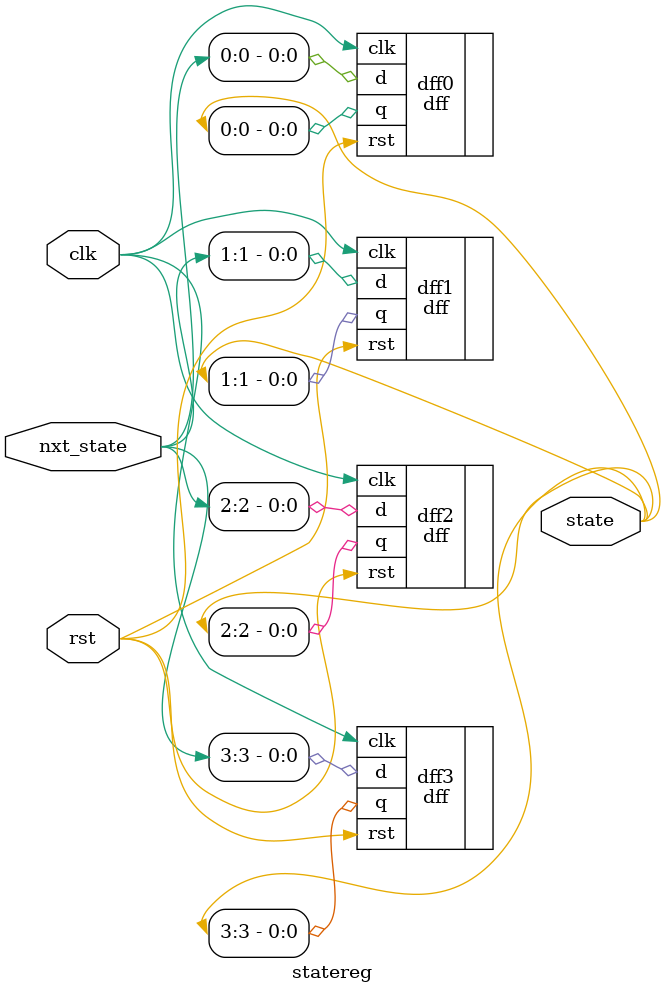
<source format=v>
module statereg(state, nxt_state, clk, rst);

	output [3:0] state;
	input [3:0] nxt_state;
	input clk, rst;
	
	dff dff0(.q(state[0]), .d(nxt_state[0]), .clk(clk), .rst(rst));
	dff dff1(.q(state[1]), .d(nxt_state[1]), .clk(clk), .rst(rst));
	dff dff2(.q(state[2]), .d(nxt_state[2]), .clk(clk), .rst(rst));
	dff dff3(.q(state[3]), .d(nxt_state[3]), .clk(clk), .rst(rst));
	
endmodule

</source>
